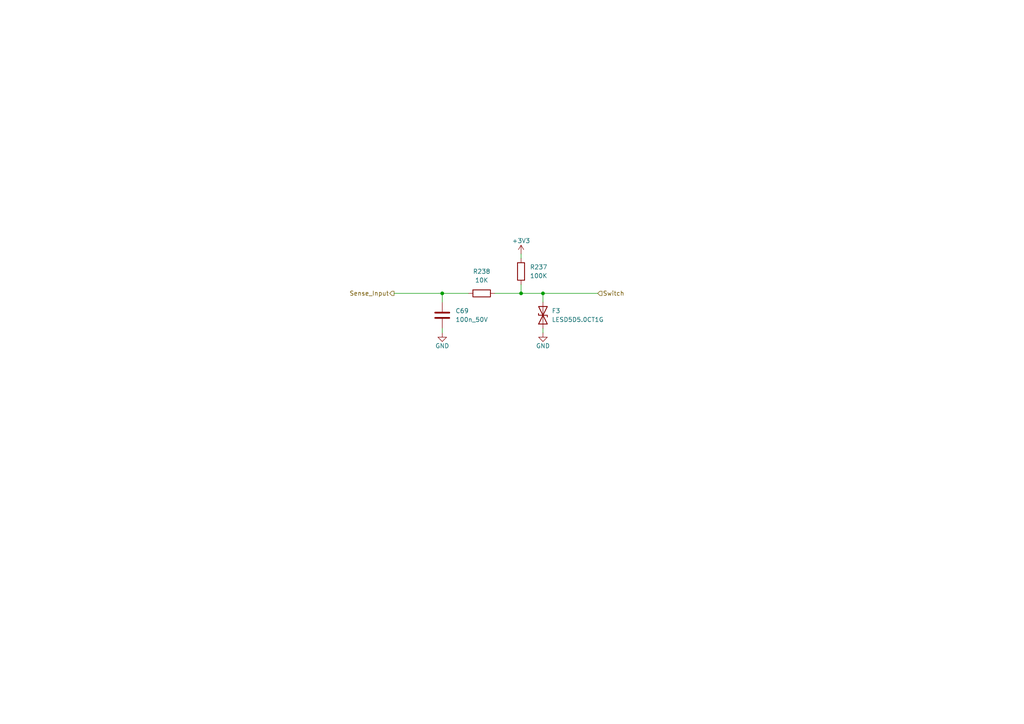
<source format=kicad_sch>
(kicad_sch (version 20231120) (generator "eeschema") (generator_version "8.0")
  (paper "A4")
  (lib_symbols
    (symbol "_C_0402:100n_50V" (pin_numbers hide) (pin_names (offset 0.254))
      (property "Reference" "C" (at 0.635 2.54 0))
      (property "Value" "100n_50V" (at 0.635 -2.54 0))
      (symbol "100n_50V_0_1"
        (polyline (pts (xy -2.032 -0.762) (xy 2.032 -0.762)) (stroke (width 0.508)))
        (polyline (pts (xy -2.032 0.762) (xy 2.032 0.762)) (stroke (width 0.508)))
      )
      (symbol "100n_50V_1_1"
        (pin passive line (at 0 3.81 270) (length 2.794) (name "~") (number "1"))
        (pin passive line (at 0 -3.81 90) (length 2.794) (name "~") (number "2"))
      )
    )
    (symbol "_Diode_TVS:LESD5D5.0CT1G" (pin_numbers hide) (pin_names (offset 1.016) hide)
      (property "Reference" "F" (at 0 2.54 0))
      (property "Value" "LESD5D5.0CT1G" (at 0 -2.54 0))
      (symbol "LESD5D5.0CT1G_0_1"
        (polyline (pts (xy 1.27 0) (xy -1.27 0)))
        (polyline (pts (xy 0.508 1.27) (xy 0 1.27) (xy 0 -1.27) (xy -0.508 -1.27)) (stroke (width 0.254)))
        (polyline (pts (xy -2.54 1.27) (xy -2.54 -1.27) (xy 2.54 1.27) (xy 2.54 -1.27) (xy -2.54 1.27)) (stroke (width 0.254)))
      )
      (symbol "LESD5D5.0CT1G_1_1"
        (pin passive line (at -3.81 0 0) (length 2.54) (name "A1") (number "1"))
        (pin passive line (at 3.81 0 180) (length 2.54) (name "A2") (number "2"))
      )
    )
    (symbol "_R_0402:100K" (pin_numbers hide) (pin_names (offset 0))
      (property "Reference" "R" (at 2.032 0 90))
      (property "Value" "100K" (at 0 0 90))
      (symbol "100K_0_1"
        (rectangle (start -1.016 -2.54) (end 1.016 2.54) (stroke (width 0.254)))
      )
      (symbol "100K_1_1"
        (pin passive line (at 0 3.81 270) (length 1.27) (name "~") (number "1"))
        (pin passive line (at 0 -3.81 90) (length 1.27) (name "~") (number "2"))
      )
    )
    (symbol "_R_0402:10K" (pin_numbers hide) (pin_names (offset 0))
      (property "Reference" "R" (at 2.032 0 90))
      (property "Value" "10K" (at 0 0 90))
      (symbol "10K_0_1"
        (rectangle (start -1.016 -2.54) (end 1.016 2.54) (stroke (width 0.254)))
      )
      (symbol "10K_1_1"
        (pin passive line (at 0 3.81 270) (length 1.27) (name "~") (number "1"))
        (pin passive line (at 0 -3.81 90) (length 1.27) (name "~") (number "2"))
      )
    )
    (symbol "power:+3.3V" (power) (pin_names (offset 0))
      (property "Value" "+3.3V" (at 0 3.556 0))
      (symbol "+3.3V_0_1"
        (polyline (pts (xy -0.762 1.27) (xy 0 2.54)))
        (polyline (pts (xy 0 0) (xy 0 2.54)))
        (polyline (pts (xy 0 2.54) (xy 0.762 1.27)))
      )
      (symbol "+3.3V_1_1"
        (pin power_in line (at 0 0 90) (length 0) hide (name "+3V3") (number "1"))
      )
    )
    (symbol "power:GND" (power) (pin_names (offset 0))
      (property "Value" "GND" (at 0 -3.81 0))
      (symbol "GND_0_1"
        (polyline (pts (xy 0 0) (xy 0 -1.27) (xy 1.27 -1.27) (xy 0 -2.54) (xy -1.27 -1.27) (xy 0 -1.27)))
      )
      (symbol "GND_1_1"
        (pin power_in line (at 0 0 270) (length 0) hide (name "GND") (number "1"))
      )
    )
  )
  (junction (at 128.27 85.09))
  (junction (at 151.13 85.09))
  (junction (at 157.48 85.09))
  (wire (pts (xy 151.13 85.09) (xy 157.48 85.09)))
  (wire (pts (xy 128.27 85.09) (xy 135.89 85.09)))
  (wire (pts (xy 157.48 85.09) (xy 173.355 85.09)))
  (wire (pts (xy 151.13 73.66) (xy 151.13 74.93)))
  (wire (pts (xy 128.27 85.09) (xy 128.27 87.63)))
  (wire (pts (xy 143.51 85.09) (xy 151.13 85.09)))
  (wire (pts (xy 157.48 96.52) (xy 157.48 95.25)))
  (wire (pts (xy 114.3 85.09) (xy 128.27 85.09)))
  (wire (pts (xy 151.13 82.55) (xy 151.13 85.09)))
  (wire (pts (xy 128.27 95.25) (xy 128.27 96.52)))
  (wire (pts (xy 157.48 87.63) (xy 157.48 85.09)))
  (hierarchical_label "Switch" (shape input) (at 173.355 85.09 0))
  (hierarchical_label "Sense_Input" (shape output) (at 114.3 85.09 180))
  (symbol (lib_id "_R_0402:10K") (at 139.7 85.09 90) (unit 1)
    (property "Reference" "R238" (at 139.7 78.74 90))
    (property "Value" "10K" (at 139.7 81.28 90))
    (property "Footprint" "Resistor_SMD:R_0402_1005Metric" (effects (hide yes)))
    (property "Description" "Resistor 10K 1% 62.5mW 50V 0402" (effects (hide yes)))
    (property "MF" "UNI-ROYAL" (effects (hide yes)))
    (property "MPN" "0402WGF1002TCE" (effects (hide yes)))
    (property "OC_LCSC" "C25744" (effects (hide yes)))
  )
  (symbol (lib_id "power:GND") (at 128.27 96.52 0) (unit 1)
    (property "Reference" "#PWR0269" (effects (hide yes)))
    (property "Value" "GND" (at 128.27 100.33 0))
  )
  (symbol (lib_id "_R_0402:100K") (at 151.13 78.74 0) (unit 1)
    (property "Reference" "R237" (at 153.67 77.4699 0) (effects (justify left)))
    (property "Value" "100K" (at 153.67 80.0099 0) (effects (justify left)))
    (property "Footprint" "Resistor_SMD:R_0402_1005Metric" (effects (hide yes)))
    (property "Description" "Resistor 100K 1% 62.5mW 50V 0402" (effects (hide yes)))
    (property "MF" "UNI-ROYAL" (effects (hide yes)))
    (property "MPN" "0402WGF1003TCE" (effects (hide yes)))
    (property "OC_LCSC" "C25741" (effects (hide yes)))
  )
  (symbol (lib_id "power:GND") (at 157.48 96.52 0) (unit 1)
    (property "Reference" "#PWR0271" (effects (hide yes)))
    (property "Value" "GND" (at 157.48 100.33 0))
  )
  (symbol (lib_id "_C_0402:100n_50V") (at 128.27 91.44 0) (unit 1)
    (property "Reference" "C69" (at 132.08 90.1699 0) (effects (justify left)))
    (property "Value" "100n_50V" (at 132.08 92.7099 0) (effects (justify left)))
    (property "Footprint" "Capacitor_SMD:C_0402_1005Metric" (effects (hide yes)))
    (property "Datasheet" "https://product.samsungsem.com/mlcc/CL05B104KB54PN.do" (effects (hide yes)))
    (property "Description" "Capacitor 100nF 50V X7R 10% 0402" (effects (hide yes)))
    (property "MF" "Samsung Electro-Mechanics" (effects (hide yes)))
    (property "MPN" "CL05B104KB54PNC" (effects (hide yes)))
    (property "OC_LCSC" "C307331" (effects (hide yes)))
  )
  (symbol (lib_id "power:+3.3V") (at 151.13 73.66 0) (unit 1)
    (property "Reference" "#PWR0270" (effects (hide yes)))
    (property "Value" "+3V3" (at 151.13 69.85 0))
  )
  (symbol (lib_id "_Diode_TVS:LESD5D5.0CT1G") (at 157.48 91.44 90) (unit 1)
    (property "Reference" "F3" (at 160.02 90.1699 90) (effects (justify right)))
    (property "Value" "LESD5D5.0CT1G" (at 160.02 92.7099 90) (effects (justify right)))
    (property "Footprint" "Diode_SMD:D_SOD-523" (effects (hide yes)))
    (property "Datasheet" "https://datasheet.lcsc.com/lcsc/1912111437_LRC-LESD5D5-0CT1G_C383211.pdf" (effects (hide yes)))
    (property "Description" "5V 150W TVS Diode Bi-Directional" (effects (hide yes)))
    (property "MF" "LRC" (effects (hide yes)))
    (property "MPN" "LESD5D5.0CT1G" (effects (hide yes)))
    (property "OC_LCSC" "C383211" (effects (hide yes)))
  )
)
</source>
